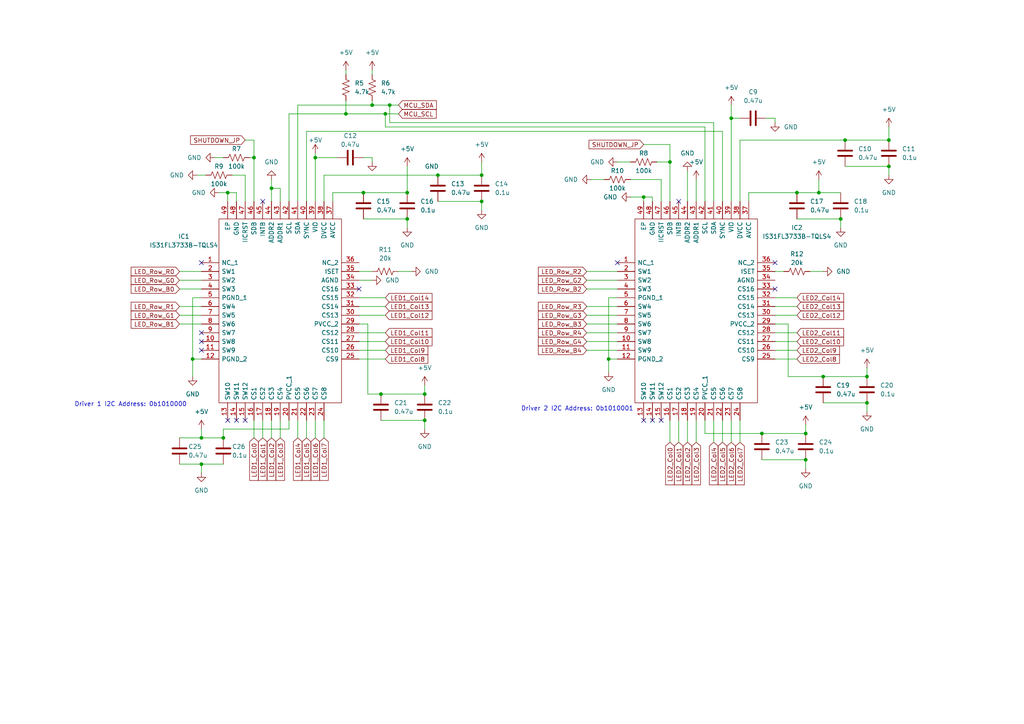
<source format=kicad_sch>
(kicad_sch (version 20211123) (generator eeschema)
  (paper "A4")
  (lib_symbols
    (symbol "Device:C" (pin_numbers hide) (pin_names (offset 0.254))
      (property "Reference" "C" (at 0.635 2.54 0))
      (property "Value" "C" (at 0.635 -2.54 0))
      (symbol "C_0_1"
        (polyline (pts (xy -2.032 -0.762) (xy 2.032 -0.762)) (stroke (width 0.508)))
        (polyline (pts (xy -2.032 0.762) (xy 2.032 0.762)) (stroke (width 0.508)))
      )
      (symbol "C_1_1"
        (pin passive line (at 0 3.81 270) (length 2.794) (name "~") (number "1"))
        (pin passive line (at 0 -3.81 90) (length 2.794) (name "~") (number "2"))
      )
    )
    (symbol "Device:R_US" (pin_numbers hide) (pin_names (offset 0))
      (property "Reference" "R" (at 2.54 0 90))
      (property "Value" "R_US" (at -2.54 0 90))
      (symbol "R_US_0_1"
        (polyline (pts (xy 0 -2.286) (xy 0 -2.54)))
        (polyline (pts (xy 0 2.286) (xy 0 2.54)))
        (polyline (pts (xy 0 -0.762) (xy 1.016 -1.143) (xy 0 -1.524) (xy -1.016 -1.905) (xy 0 -2.286)))
        (polyline (pts (xy 0 0.762) (xy 1.016 0.381) (xy 0 0) (xy -1.016 -0.381) (xy 0 -0.762)))
        (polyline (pts (xy 0 2.286) (xy 1.016 1.905) (xy 0 1.524) (xy -1.016 1.143) (xy 0 0.762)))
      )
      (symbol "R_US_1_1"
        (pin passive line (at 0 3.81 270) (length 1.27) (name "~") (number "1"))
        (pin passive line (at 0 -3.81 90) (length 1.27) (name "~") (number "2"))
      )
    )
    (symbol "SamacSys_Parts:IS31FL3733B-TQLS4" (pin_names (offset 0.762))
      (property "Reference" "IC" (at 41.91 17.78 0))
      (property "Value" "IS31FL3733B-TQLS4" (at 41.91 15.24 0))
      (symbol "IS31FL3733B-TQLS4_0_0"
        (pin passive line (at 0 0 0) (length 5.08) (name "NC_1") (number "1"))
        (pin passive line (at 0 -22.86 0) (length 5.08) (name "SW8") (number "10"))
        (pin passive line (at 0 -25.4 0) (length 5.08) (name "SW9") (number "11"))
        (pin passive line (at 0 -27.94 0) (length 5.08) (name "PGND_2") (number "12"))
        (pin passive line (at 7.62 -45.72 90) (length 5.08) (name "SW10") (number "13"))
        (pin passive line (at 10.16 -45.72 90) (length 5.08) (name "SW11") (number "14"))
        (pin passive line (at 12.7 -45.72 90) (length 5.08) (name "SW12") (number "15"))
        (pin passive line (at 15.24 -45.72 90) (length 5.08) (name "CS1") (number "16"))
        (pin passive line (at 17.78 -45.72 90) (length 5.08) (name "CS2") (number "17"))
        (pin passive line (at 20.32 -45.72 90) (length 5.08) (name "CS3") (number "18"))
        (pin passive line (at 22.86 -45.72 90) (length 5.08) (name "CS4") (number "19"))
        (pin passive line (at 0 -2.54 0) (length 5.08) (name "SW1") (number "2"))
        (pin passive line (at 25.4 -45.72 90) (length 5.08) (name "PVCC_1") (number "20"))
        (pin passive line (at 27.94 -45.72 90) (length 5.08) (name "CS5") (number "21"))
        (pin passive line (at 30.48 -45.72 90) (length 5.08) (name "CS6") (number "22"))
        (pin passive line (at 33.02 -45.72 90) (length 5.08) (name "CS7") (number "23"))
        (pin passive line (at 35.56 -45.72 90) (length 5.08) (name "CS8") (number "24"))
        (pin passive line (at 45.72 -27.94 180) (length 5.08) (name "CS9") (number "25"))
        (pin passive line (at 45.72 -25.4 180) (length 5.08) (name "CS10") (number "26"))
        (pin passive line (at 45.72 -22.86 180) (length 5.08) (name "CS11") (number "27"))
        (pin passive line (at 45.72 -20.32 180) (length 5.08) (name "CS12") (number "28"))
        (pin passive line (at 45.72 -17.78 180) (length 5.08) (name "PVCC_2") (number "29"))
        (pin passive line (at 0 -5.08 0) (length 5.08) (name "SW2") (number "3"))
        (pin passive line (at 45.72 -15.24 180) (length 5.08) (name "CS13") (number "30"))
        (pin passive line (at 45.72 -12.7 180) (length 5.08) (name "CS14") (number "31"))
        (pin passive line (at 45.72 -10.16 180) (length 5.08) (name "CS15") (number "32"))
        (pin passive line (at 45.72 -7.62 180) (length 5.08) (name "CS16") (number "33"))
        (pin passive line (at 45.72 -5.08 180) (length 5.08) (name "AGND") (number "34"))
        (pin passive line (at 45.72 -2.54 180) (length 5.08) (name "ISET") (number "35"))
        (pin passive line (at 45.72 0 180) (length 5.08) (name "NC_2") (number "36"))
        (pin passive line (at 38.1 17.78 270) (length 5.08) (name "AVCC") (number "37"))
        (pin passive line (at 35.56 17.78 270) (length 5.08) (name "DVCC") (number "38"))
        (pin passive line (at 33.02 17.78 270) (length 5.08) (name "VIO") (number "39"))
        (pin passive line (at 0 -7.62 0) (length 5.08) (name "SW3") (number "4"))
        (pin passive line (at 30.48 17.78 270) (length 5.08) (name "SYNC") (number "40"))
        (pin passive line (at 27.94 17.78 270) (length 5.08) (name "SDA") (number "41"))
        (pin passive line (at 25.4 17.78 270) (length 5.08) (name "SCL") (number "42"))
        (pin passive line (at 22.86 17.78 270) (length 5.08) (name "ADDR1") (number "43"))
        (pin passive line (at 20.32 17.78 270) (length 5.08) (name "ADDR2") (number "44"))
        (pin passive line (at 17.78 17.78 270) (length 5.08) (name "INTB") (number "45"))
        (pin passive line (at 15.24 17.78 270) (length 5.08) (name "SDB") (number "46"))
        (pin passive line (at 12.7 17.78 270) (length 5.08) (name "IICRST") (number "47"))
        (pin passive line (at 10.16 17.78 270) (length 5.08) (name "GND") (number "48"))
        (pin passive line (at 7.62 17.78 270) (length 5.08) (name "EP") (number "49"))
        (pin passive line (at 0 -10.16 0) (length 5.08) (name "PGND_1") (number "5"))
        (pin passive line (at 0 -12.7 0) (length 5.08) (name "SW4") (number "6"))
        (pin passive line (at 0 -15.24 0) (length 5.08) (name "SW5") (number "7"))
        (pin passive line (at 0 -17.78 0) (length 5.08) (name "SW6") (number "8"))
        (pin passive line (at 0 -20.32 0) (length 5.08) (name "SW7") (number "9"))
      )
      (symbol "IS31FL3733B-TQLS4_0_1"
        (polyline (pts (xy 5.08 12.7) (xy 40.64 12.7) (xy 40.64 -40.64) (xy 5.08 -40.64) (xy 5.08 12.7)) (stroke (width 0.1524)))
      )
    )
    (symbol "power:+5V" (power) (pin_names (offset 0))
      (property "Value" "+5V" (at 0 3.556 0))
      (symbol "+5V_0_1"
        (polyline (pts (xy -0.762 1.27) (xy 0 2.54)))
        (polyline (pts (xy 0 0) (xy 0 2.54)))
        (polyline (pts (xy 0 2.54) (xy 0.762 1.27)))
      )
      (symbol "+5V_1_1"
        (pin power_in line (at 0 0 90) (length 0) hide (name "+5V") (number "1"))
      )
    )
    (symbol "power:GND" (power) (pin_names (offset 0))
      (property "Value" "GND" (at 0 -3.81 0))
      (symbol "GND_0_1"
        (polyline (pts (xy 0 0) (xy 0 -1.27) (xy 1.27 -1.27) (xy 0 -2.54) (xy -1.27 -1.27) (xy 0 -1.27)))
      )
      (symbol "GND_1_1"
        (pin power_in line (at 0 0 270) (length 0) hide (name "GND") (number "1"))
      )
    )
  )
  (junction (at 139.7 50.8))
  (junction (at 243.84 63.5))
  (junction (at 139.7 58.42))
  (junction (at 176.53 104.14))
  (junction (at 118.11 63.5))
  (junction (at 55.88 104.14))
  (junction (at 58.42 134.62))
  (junction (at 100.33 33.02))
  (junction (at 212.09 34.29))
  (junction (at 237.49 55.88))
  (junction (at 64.77 127))
  (junction (at 58.42 127))
  (junction (at 107.95 30.48))
  (junction (at 257.81 40.64))
  (junction (at 251.46 116.84))
  (junction (at 78.74 54.61))
  (junction (at 73.66 45.72))
  (junction (at 186.69 57.15))
  (junction (at 257.81 48.26))
  (junction (at 233.68 133.35))
  (junction (at 251.46 109.22))
  (junction (at 127 50.8))
  (junction (at 238.76 109.22))
  (junction (at 105.41 55.88))
  (junction (at 231.14 55.88))
  (junction (at 113.03 30.48))
  (junction (at 233.68 125.73))
  (junction (at 91.44 45.72))
  (junction (at 66.04 55.88))
  (junction (at 123.19 121.92))
  (junction (at 245.11 40.64))
  (junction (at 110.49 114.3))
  (junction (at 118.11 55.88))
  (junction (at 111.76 33.02))
  (junction (at 194.31 46.99))
  (junction (at 220.98 125.73))
  (junction (at 123.19 114.3))
  (no_connect (at 196.85 58.42))
  (no_connect (at 76.2 58.42))
  (no_connect (at 224.79 83.82))
  (no_connect (at 104.14 83.82))
  (no_connect (at 179.07 76.2))
  (no_connect (at 224.79 76.2))
  (no_connect (at 58.42 96.52))
  (no_connect (at 58.42 99.06))
  (no_connect (at 58.42 101.6))
  (no_connect (at 58.42 76.2))
  (no_connect (at 186.69 121.92))
  (no_connect (at 189.23 121.92))
  (no_connect (at 191.77 121.92))
  (no_connect (at 66.04 121.92))
  (no_connect (at 68.58 121.92))
  (no_connect (at 71.12 121.92))
  (wire (pts (xy 104.14 81.28) (xy 107.95 81.28)))
  (wire (pts (xy 83.82 121.92) (xy 83.82 124.46)))
  (wire (pts (xy 179.07 86.36) (xy 176.53 86.36)))
  (wire (pts (xy 118.11 48.26) (xy 118.11 55.88)))
  (wire (pts (xy 191.77 58.42) (xy 191.77 52.07)))
  (wire (pts (xy 199.39 49.53) (xy 199.39 58.42)))
  (wire (pts (xy 64.77 124.46) (xy 64.77 127)))
  (wire (pts (xy 96.52 55.88) (xy 105.41 55.88)))
  (wire (pts (xy 217.17 55.88) (xy 231.14 55.88)))
  (wire (pts (xy 104.14 101.6) (xy 111.76 101.6)))
  (wire (pts (xy 224.79 88.9) (xy 231.14 88.9)))
  (wire (pts (xy 127 50.8) (xy 139.7 50.8)))
  (wire (pts (xy 176.53 86.36) (xy 176.53 104.14)))
  (wire (pts (xy 83.82 58.42) (xy 83.82 33.02)))
  (wire (pts (xy 233.68 133.35) (xy 233.68 135.89)))
  (wire (pts (xy 119.38 78.74) (xy 115.57 78.74)))
  (wire (pts (xy 106.68 114.3) (xy 110.49 114.3)))
  (wire (pts (xy 66.04 55.88) (xy 63.5 55.88)))
  (wire (pts (xy 196.85 121.92) (xy 196.85 128.27)))
  (wire (pts (xy 110.49 114.3) (xy 123.19 114.3)))
  (wire (pts (xy 204.47 125.73) (xy 220.98 125.73)))
  (wire (pts (xy 111.76 36.83) (xy 111.76 33.02)))
  (wire (pts (xy 228.6 93.98) (xy 228.6 109.22)))
  (wire (pts (xy 176.53 104.14) (xy 179.07 104.14)))
  (wire (pts (xy 123.19 121.92) (xy 123.19 124.46)))
  (wire (pts (xy 189.23 57.15) (xy 186.69 57.15)))
  (wire (pts (xy 81.28 54.61) (xy 78.74 54.61)))
  (wire (pts (xy 58.42 93.98) (xy 52.07 93.98)))
  (wire (pts (xy 170.18 88.9) (xy 179.07 88.9)))
  (wire (pts (xy 170.18 78.74) (xy 179.07 78.74)))
  (wire (pts (xy 93.98 50.8) (xy 93.98 58.42)))
  (wire (pts (xy 66.04 58.42) (xy 66.04 55.88)))
  (wire (pts (xy 171.45 52.07) (xy 175.26 52.07)))
  (wire (pts (xy 93.98 121.92) (xy 93.98 127)))
  (wire (pts (xy 224.79 93.98) (xy 228.6 93.98)))
  (wire (pts (xy 106.68 93.98) (xy 106.68 114.3)))
  (wire (pts (xy 127 58.42) (xy 139.7 58.42)))
  (wire (pts (xy 71.12 50.8) (xy 71.12 58.42)))
  (wire (pts (xy 123.19 111.76) (xy 123.19 114.3)))
  (wire (pts (xy 224.79 99.06) (xy 231.14 99.06)))
  (wire (pts (xy 186.69 57.15) (xy 182.88 57.15)))
  (wire (pts (xy 257.81 48.26) (xy 257.81 50.8)))
  (wire (pts (xy 105.41 45.72) (xy 107.95 45.72)))
  (wire (pts (xy 83.82 33.02) (xy 100.33 33.02)))
  (wire (pts (xy 58.42 127) (xy 64.77 127)))
  (wire (pts (xy 190.5 46.99) (xy 194.31 46.99)))
  (wire (pts (xy 104.14 93.98) (xy 106.68 93.98)))
  (wire (pts (xy 107.95 45.72) (xy 107.95 46.99)))
  (wire (pts (xy 58.42 137.16) (xy 58.42 134.62)))
  (wire (pts (xy 214.63 58.42) (xy 214.63 40.64)))
  (wire (pts (xy 186.69 41.91) (xy 194.31 41.91)))
  (wire (pts (xy 104.14 96.52) (xy 111.76 96.52)))
  (wire (pts (xy 58.42 134.62) (xy 64.77 134.62)))
  (wire (pts (xy 100.33 20.32) (xy 100.33 21.59)))
  (wire (pts (xy 52.07 134.62) (xy 58.42 134.62)))
  (wire (pts (xy 170.18 93.98) (xy 179.07 93.98)))
  (wire (pts (xy 107.95 30.48) (xy 113.03 30.48)))
  (wire (pts (xy 199.39 121.92) (xy 199.39 128.27)))
  (wire (pts (xy 58.42 88.9) (xy 52.07 88.9)))
  (wire (pts (xy 251.46 106.68) (xy 251.46 109.22)))
  (wire (pts (xy 170.18 83.82) (xy 179.07 83.82)))
  (wire (pts (xy 212.09 121.92) (xy 212.09 128.27)))
  (wire (pts (xy 194.31 41.91) (xy 194.31 46.99)))
  (wire (pts (xy 251.46 116.84) (xy 251.46 119.38)))
  (wire (pts (xy 243.84 63.5) (xy 243.84 66.04)))
  (wire (pts (xy 58.42 91.44) (xy 52.07 91.44)))
  (wire (pts (xy 62.23 45.72) (xy 64.77 45.72)))
  (wire (pts (xy 81.28 58.42) (xy 81.28 54.61)))
  (wire (pts (xy 93.98 50.8) (xy 127 50.8)))
  (wire (pts (xy 113.03 30.48) (xy 115.57 30.48)))
  (wire (pts (xy 104.14 86.36) (xy 111.76 86.36)))
  (wire (pts (xy 88.9 58.42) (xy 88.9 38.1)))
  (wire (pts (xy 88.9 38.1) (xy 209.55 38.1)))
  (wire (pts (xy 238.76 109.22) (xy 251.46 109.22)))
  (wire (pts (xy 224.79 104.14) (xy 231.14 104.14)))
  (wire (pts (xy 139.7 46.99) (xy 139.7 50.8)))
  (wire (pts (xy 212.09 30.48) (xy 212.09 34.29)))
  (wire (pts (xy 88.9 121.92) (xy 88.9 127)))
  (wire (pts (xy 91.44 44.45) (xy 91.44 45.72)))
  (wire (pts (xy 209.55 38.1) (xy 209.55 58.42)))
  (wire (pts (xy 191.77 52.07) (xy 182.88 52.07)))
  (wire (pts (xy 57.15 50.8) (xy 59.69 50.8)))
  (wire (pts (xy 118.11 63.5) (xy 118.11 66.04)))
  (wire (pts (xy 220.98 125.73) (xy 233.68 125.73)))
  (wire (pts (xy 207.01 121.92) (xy 207.01 128.27)))
  (wire (pts (xy 68.58 55.88) (xy 66.04 55.88)))
  (wire (pts (xy 238.76 78.74) (xy 234.95 78.74)))
  (wire (pts (xy 224.79 101.6) (xy 231.14 101.6)))
  (wire (pts (xy 73.66 121.92) (xy 73.66 127)))
  (wire (pts (xy 55.88 104.14) (xy 58.42 104.14)))
  (wire (pts (xy 78.74 54.61) (xy 78.74 58.42)))
  (wire (pts (xy 58.42 127) (xy 52.07 127)))
  (wire (pts (xy 209.55 121.92) (xy 209.55 128.27)))
  (wire (pts (xy 91.44 45.72) (xy 97.79 45.72)))
  (wire (pts (xy 170.18 99.06) (xy 179.07 99.06)))
  (wire (pts (xy 76.2 121.92) (xy 76.2 127)))
  (wire (pts (xy 110.49 121.92) (xy 123.19 121.92)))
  (wire (pts (xy 214.63 121.92) (xy 214.63 128.27)))
  (wire (pts (xy 58.42 124.46) (xy 58.42 127)))
  (wire (pts (xy 204.47 36.83) (xy 111.76 36.83)))
  (wire (pts (xy 91.44 45.72) (xy 91.44 58.42)))
  (wire (pts (xy 107.95 29.21) (xy 107.95 30.48)))
  (wire (pts (xy 86.36 121.92) (xy 86.36 127)))
  (wire (pts (xy 194.31 121.92) (xy 194.31 128.27)))
  (wire (pts (xy 58.42 78.74) (xy 52.07 78.74)))
  (wire (pts (xy 67.31 50.8) (xy 71.12 50.8)))
  (wire (pts (xy 68.58 58.42) (xy 68.58 55.88)))
  (wire (pts (xy 73.66 40.64) (xy 73.66 45.72)))
  (wire (pts (xy 245.11 48.26) (xy 257.81 48.26)))
  (wire (pts (xy 237.49 52.07) (xy 237.49 55.88)))
  (wire (pts (xy 83.82 124.46) (xy 64.77 124.46)))
  (wire (pts (xy 224.79 34.29) (xy 224.79 35.56)))
  (wire (pts (xy 237.49 55.88) (xy 243.84 55.88)))
  (wire (pts (xy 81.28 121.92) (xy 81.28 127)))
  (wire (pts (xy 220.98 133.35) (xy 233.68 133.35)))
  (wire (pts (xy 55.88 86.36) (xy 55.88 104.14)))
  (wire (pts (xy 104.14 104.14) (xy 111.76 104.14)))
  (wire (pts (xy 170.18 81.28) (xy 179.07 81.28)))
  (wire (pts (xy 231.14 55.88) (xy 237.49 55.88)))
  (wire (pts (xy 224.79 78.74) (xy 227.33 78.74)))
  (wire (pts (xy 100.33 29.21) (xy 100.33 33.02)))
  (wire (pts (xy 257.81 36.83) (xy 257.81 40.64)))
  (wire (pts (xy 58.42 83.82) (xy 52.07 83.82)))
  (wire (pts (xy 212.09 34.29) (xy 212.09 58.42)))
  (wire (pts (xy 58.42 86.36) (xy 55.88 86.36)))
  (wire (pts (xy 170.18 101.6) (xy 179.07 101.6)))
  (wire (pts (xy 170.18 91.44) (xy 179.07 91.44)))
  (wire (pts (xy 233.68 123.19) (xy 233.68 125.73)))
  (wire (pts (xy 214.63 40.64) (xy 245.11 40.64)))
  (wire (pts (xy 212.09 34.29) (xy 214.63 34.29)))
  (wire (pts (xy 204.47 58.42) (xy 204.47 36.83)))
  (wire (pts (xy 100.33 33.02) (xy 111.76 33.02)))
  (wire (pts (xy 176.53 104.14) (xy 176.53 107.95)))
  (wire (pts (xy 91.44 121.92) (xy 91.44 127)))
  (wire (pts (xy 207.01 35.56) (xy 113.03 35.56)))
  (wire (pts (xy 72.39 45.72) (xy 73.66 45.72)))
  (wire (pts (xy 222.25 34.29) (xy 224.79 34.29)))
  (wire (pts (xy 189.23 58.42) (xy 189.23 57.15)))
  (wire (pts (xy 113.03 35.56) (xy 113.03 30.48)))
  (wire (pts (xy 170.18 96.52) (xy 179.07 96.52)))
  (wire (pts (xy 201.93 121.92) (xy 201.93 128.27)))
  (wire (pts (xy 86.36 58.42) (xy 86.36 30.48)))
  (wire (pts (xy 107.95 20.32) (xy 107.95 21.59)))
  (wire (pts (xy 224.79 86.36) (xy 231.14 86.36)))
  (wire (pts (xy 186.69 57.15) (xy 186.69 58.42)))
  (wire (pts (xy 224.79 96.52) (xy 231.14 96.52)))
  (wire (pts (xy 104.14 78.74) (xy 107.95 78.74)))
  (wire (pts (xy 105.41 63.5) (xy 118.11 63.5)))
  (wire (pts (xy 105.41 55.88) (xy 118.11 55.88)))
  (wire (pts (xy 228.6 109.22) (xy 238.76 109.22)))
  (wire (pts (xy 104.14 91.44) (xy 111.76 91.44)))
  (wire (pts (xy 71.12 40.64) (xy 73.66 40.64)))
  (wire (pts (xy 55.88 104.14) (xy 55.88 109.22)))
  (wire (pts (xy 179.07 46.99) (xy 182.88 46.99)))
  (wire (pts (xy 86.36 30.48) (xy 107.95 30.48)))
  (wire (pts (xy 238.76 116.84) (xy 251.46 116.84)))
  (wire (pts (xy 104.14 99.06) (xy 111.76 99.06)))
  (wire (pts (xy 204.47 121.92) (xy 204.47 125.73)))
  (wire (pts (xy 224.79 91.44) (xy 231.14 91.44)))
  (wire (pts (xy 245.11 40.64) (xy 257.81 40.64)))
  (wire (pts (xy 217.17 58.42) (xy 217.17 55.88)))
  (wire (pts (xy 73.66 45.72) (xy 73.66 58.42)))
  (wire (pts (xy 58.42 81.28) (xy 52.07 81.28)))
  (wire (pts (xy 231.14 63.5) (xy 243.84 63.5)))
  (wire (pts (xy 96.52 58.42) (xy 96.52 55.88)))
  (wire (pts (xy 104.14 88.9) (xy 111.76 88.9)))
  (wire (pts (xy 207.01 58.42) (xy 207.01 35.56)))
  (wire (pts (xy 139.7 58.42) (xy 139.7 60.96)))
  (wire (pts (xy 111.76 33.02) (xy 115.57 33.02)))
  (wire (pts (xy 78.74 121.92) (xy 78.74 127)))
  (wire (pts (xy 194.31 46.99) (xy 194.31 58.42)))
  (wire (pts (xy 201.93 52.07) (xy 201.93 58.42)))
  (wire (pts (xy 78.74 52.07) (xy 78.74 54.61)))
  (text "Driver 1 I2C Address: 0b1010000" (at 21.59 118.11 0) (effects (font (size 1.27 1.27)) (justify left bottom)))
  (text "Driver 2 I2C Address: 0b1010001" (at 151.13 119.38 0) (effects (font (size 1.27 1.27)) (justify left bottom)))
  (global_label "MCU_SDA" (shape input) (at 115.57 30.48 0) (property "Intersheet References" "${INTERSHEET_REFS}" (effects hide)))
  (global_label "LED2_Col8" (shape input) (at 231.14 104.14 0) (property "Intersheet References" "${INTERSHEET_REFS}" (effects hide)))
  (global_label "LED2_Col5" (shape input) (at 209.55 128.27 270) (property "Intersheet References" "${INTERSHEET_REFS}" (effects hide)))
  (global_label "LED2_Col6" (shape input) (at 212.09 128.27 270) (property "Intersheet References" "${INTERSHEET_REFS}" (effects hide)))
  (global_label "LED2_Col0" (shape input) (at 194.31 128.27 270) (property "Intersheet References" "${INTERSHEET_REFS}" (effects hide)))
  (global_label "SHUTDOWN_JP" (shape input) (at 186.69 41.91 180) (property "Intersheet References" "${INTERSHEET_REFS}" (effects hide)))
  (global_label "LED_Row_G3" (shape input) (at 170.18 91.44 180) (property "Intersheet References" "${INTERSHEET_REFS}" (effects hide)))
  (global_label "LED1_Col8" (shape input) (at 111.76 104.14 0) (property "Intersheet References" "${INTERSHEET_REFS}" (effects hide)))
  (global_label "LED_Row_R4" (shape input) (at 170.18 96.52 180) (property "Intersheet References" "${INTERSHEET_REFS}" (effects hide)))
  (global_label "LED2_Col9" (shape input) (at 231.14 101.6 0) (property "Intersheet References" "${INTERSHEET_REFS}" (effects hide)))
  (global_label "LED1_Col0" (shape input) (at 73.66 127 270) (property "Intersheet References" "${INTERSHEET_REFS}" (effects hide)))
  (global_label "LED_Row_G0" (shape input) (at 52.07 81.28 180) (property "Intersheet References" "${INTERSHEET_REFS}" (effects hide)))
  (global_label "LED_Row_B0" (shape input) (at 52.07 83.82 180) (property "Intersheet References" "${INTERSHEET_REFS}" (effects hide)))
  (global_label "LED2_Col10" (shape input) (at 231.14 99.06 0) (property "Intersheet References" "${INTERSHEET_REFS}" (effects hide)))
  (global_label "LED_Row_R0" (shape input) (at 52.07 78.74 180) (property "Intersheet References" "${INTERSHEET_REFS}" (effects hide)))
  (global_label "LED2_Col14" (shape input) (at 231.14 86.36 0) (property "Intersheet References" "${INTERSHEET_REFS}" (effects hide)))
  (global_label "LED2_Col7" (shape input) (at 214.63 128.27 270) (property "Intersheet References" "${INTERSHEET_REFS}" (effects hide)))
  (global_label "LED1_Col7" (shape input) (at 93.98 127 270) (property "Intersheet References" "${INTERSHEET_REFS}" (effects hide)))
  (global_label "LED1_Col12" (shape input) (at 111.76 91.44 0) (property "Intersheet References" "${INTERSHEET_REFS}" (effects hide)))
  (global_label "LED1_Col9" (shape input) (at 111.76 101.6 0) (property "Intersheet References" "${INTERSHEET_REFS}" (effects hide)))
  (global_label "LED_Row_G4" (shape input) (at 170.18 99.06 180) (property "Intersheet References" "${INTERSHEET_REFS}" (effects hide)))
  (global_label "LED_Row_B4" (shape input) (at 170.18 101.6 180) (property "Intersheet References" "${INTERSHEET_REFS}" (effects hide)))
  (global_label "LED1_Col4" (shape input) (at 86.36 127 270) (property "Intersheet References" "${INTERSHEET_REFS}" (effects hide)))
  (global_label "LED1_Col10" (shape input) (at 111.76 99.06 0) (property "Intersheet References" "${INTERSHEET_REFS}" (effects hide)))
  (global_label "LED1_Col11" (shape input) (at 111.76 96.52 0) (property "Intersheet References" "${INTERSHEET_REFS}" (effects hide)))
  (global_label "LED2_Col3" (shape input) (at 201.93 128.27 270) (property "Intersheet References" "${INTERSHEET_REFS}" (effects hide)))
  (global_label "SHUTDOWN_JP" (shape input) (at 71.12 40.64 180) (property "Intersheet References" "${INTERSHEET_REFS}" (effects hide)))
  (global_label "LED1_Col14" (shape input) (at 111.76 86.36 0) (property "Intersheet References" "${INTERSHEET_REFS}" (effects hide)))
  (global_label "LED2_Col1" (shape input) (at 196.85 128.27 270) (property "Intersheet References" "${INTERSHEET_REFS}" (effects hide)))
  (global_label "LED_Row_R1" (shape input) (at 52.07 88.9 180) (property "Intersheet References" "${INTERSHEET_REFS}" (effects hide)))
  (global_label "LED2_Col4" (shape input) (at 207.01 128.27 270) (property "Intersheet References" "${INTERSHEET_REFS}" (effects hide)))
  (global_label "LED2_Col13" (shape input) (at 231.14 88.9 0) (property "Intersheet References" "${INTERSHEET_REFS}" (effects hide)))
  (global_label "LED_Row_B2" (shape input) (at 170.18 83.82 180) (property "Intersheet References" "${INTERSHEET_REFS}" (effects hide)))
  (global_label "LED2_Col12" (shape input) (at 231.14 91.44 0) (property "Intersheet References" "${INTERSHEET_REFS}" (effects hide)))
  (global_label "LED1_Col6" (shape input) (at 91.44 127 270) (property "Intersheet References" "${INTERSHEET_REFS}" (effects hide)))
  (global_label "LED1_Col2" (shape input) (at 78.74 127 270) (property "Intersheet References" "${INTERSHEET_REFS}" (effects hide)))
  (global_label "LED1_Col13" (shape input) (at 111.76 88.9 0) (property "Intersheet References" "${INTERSHEET_REFS}" (effects hide)))
  (global_label "LED2_Col11" (shape input) (at 231.14 96.52 0) (property "Intersheet References" "${INTERSHEET_REFS}" (effects hide)))
  (global_label "LED_Row_B1" (shape input) (at 52.07 93.98 180) (property "Intersheet References" "${INTERSHEET_REFS}" (effects hide)))
  (global_label "LED_Row_R2" (shape input) (at 170.18 78.74 180) (property "Intersheet References" "${INTERSHEET_REFS}" (effects hide)))
  (global_label "LED_Row_G2" (shape input) (at 170.18 81.28 180) (property "Intersheet References" "${INTERSHEET_REFS}" (effects hide)))
  (global_label "LED2_Col2" (shape input) (at 199.39 128.27 270) (property "Intersheet References" "${INTERSHEET_REFS}" (effects hide)))
  (global_label "LED1_Col1" (shape input) (at 76.2 127 270) (property "Intersheet References" "${INTERSHEET_REFS}" (effects hide)))
  (global_label "MCU_SCL" (shape input) (at 115.57 33.02 0) (property "Intersheet References" "${INTERSHEET_REFS}" (effects hide)))
  (global_label "LED1_Col5" (shape input) (at 88.9 127 270) (property "Intersheet References" "${INTERSHEET_REFS}" (effects hide)))
  (global_label "LED_Row_G1" (shape input) (at 52.07 91.44 180) (property "Intersheet References" "${INTERSHEET_REFS}" (effects hide)))
  (global_label "LED1_Col3" (shape input) (at 81.28 127 270) (property "Intersheet References" "${INTERSHEET_REFS}" (effects hide)))
  (global_label "LED_Row_R3" (shape input) (at 170.18 88.9 180) (property "Intersheet References" "${INTERSHEET_REFS}" (effects hide)))
  (global_label "LED_Row_B3" (shape input) (at 170.18 93.98 180) (property "Intersheet References" "${INTERSHEET_REFS}" (effects hide)))
  (symbol (lib_id "power:GND") (at 107.95 81.28 90) (unit 1)
    (property "Reference" "#PWR048" (effects hide))
    (property "Value" "GND" (at 111.76 81.2799 90) (effects (justify right)))
  )
  (symbol (lib_id "power:GND") (at 123.19 124.46 0) (unit 1)
    (property "Reference" "#PWR056" (effects hide))
    (property "Value" "GND" (at 123.19 129.54 0))
  )
  (symbol (lib_id "power:+5V") (at 233.68 123.19 0) (unit 1)
    (property "Reference" "#PWR054" (effects hide))
    (property "Value" "+5V" (at 233.68 118.11 0))
  )
  (symbol (lib_id "Device:C") (at 251.46 113.03 0) (unit 1)
    (property "Reference" "C20" (at 255.27 111.7599 0) (effects (justify left)))
    (property "Value" "0.1u" (at 255.27 114.2999 0) (effects (justify left)))
    (property "Footprint" "Capacitor_SMD:C_0805_2012Metric_Pad1.18x1.45mm_HandSolder" (effects hide))
  )
  (symbol (lib_id "Device:C") (at 52.07 130.81 0) (unit 1)
    (property "Reference" "C25" (at 54.61 129.54 0) (effects (justify left)))
    (property "Value" "0.47u" (at 54.61 132.08 0) (effects (justify left)))
    (property "Footprint" "Capacitor_SMD:C_0805_2012Metric_Pad1.18x1.45mm_HandSolder" (effects hide))
  )
  (symbol (lib_id "Device:C") (at 118.11 59.69 0) (unit 1)
    (property "Reference" "C16" (at 121.92 58.4199 0) (effects (justify left)))
    (property "Value" "0.1u" (at 121.92 60.9599 0) (effects (justify left)))
    (property "Footprint" "Capacitor_SMD:C_0805_2012Metric_Pad1.18x1.45mm_HandSolder" (effects hide))
  )
  (symbol (lib_id "power:GND") (at 57.15 50.8 270) (unit 1)
    (property "Reference" "#PWR035" (effects hide))
    (property "Value" "GND" (at 53.34 50.7999 90) (effects (justify right)))
  )
  (symbol (lib_id "Device:C") (at 243.84 59.69 0) (unit 1)
    (property "Reference" "C18" (at 247.65 58.4199 0) (effects (justify left)))
    (property "Value" "0.1u" (at 247.65 60.9599 0) (effects (justify left)))
    (property "Footprint" "Capacitor_SMD:C_0805_2012Metric_Pad1.18x1.45mm_HandSolder" (effects hide))
  )
  (symbol (lib_id "power:GND") (at 55.88 109.22 0) (unit 1)
    (property "Reference" "#PWR051" (effects hide))
    (property "Value" "GND" (at 55.88 114.3 0))
  )
  (symbol (lib_id "power:+5V") (at 58.42 124.46 0) (unit 1)
    (property "Reference" "#PWR055" (effects hide))
    (property "Value" "+5V" (at 58.42 119.38 0))
  )
  (symbol (lib_id "Device:C") (at 218.44 34.29 90) (unit 1)
    (property "Reference" "C9" (at 218.44 26.67 90))
    (property "Value" "0.47u" (at 218.44 29.21 90))
    (property "Footprint" "Capacitor_SMD:C_0805_2012Metric_Pad1.18x1.45mm_HandSolder" (effects hide))
  )
  (symbol (lib_id "power:GND") (at 243.84 66.04 0) (unit 1)
    (property "Reference" "#PWR045" (effects hide))
    (property "Value" "GND" (at 243.84 71.12 0))
  )
  (symbol (lib_id "power:+5V") (at 257.81 36.83 0) (unit 1)
    (property "Reference" "#PWR027" (effects hide))
    (property "Value" "+5V" (at 257.81 31.75 0))
  )
  (symbol (lib_id "power:+5V") (at 107.95 20.32 0) (unit 1)
    (property "Reference" "#PWR024" (effects hide))
    (property "Value" "+5V" (at 107.95 15.24 0))
  )
  (symbol (lib_id "Device:R_US") (at 63.5 50.8 90) (unit 1)
    (property "Reference" "R9" (at 63.5 48.26 90))
    (property "Value" "100k" (at 63.5 53.34 90))
    (property "Footprint" "Resistor_SMD:R_0805_2012Metric_Pad1.20x1.40mm_HandSolder" (effects hide))
  )
  (symbol (lib_id "Device:C") (at 110.49 118.11 0) (unit 1)
    (property "Reference" "C21" (at 114.3 116.8399 0) (effects (justify left)))
    (property "Value" "0.47u" (at 114.3 119.3799 0) (effects (justify left)))
    (property "Footprint" "Capacitor_SMD:C_0805_2012Metric_Pad1.18x1.45mm_HandSolder" (effects hide))
  )
  (symbol (lib_id "power:+5V") (at 118.11 48.26 0) (unit 1)
    (property "Reference" "#PWR033" (effects hide))
    (property "Value" "+5V" (at 118.11 43.18 0))
  )
  (symbol (lib_id "Device:C") (at 101.6 45.72 90) (unit 1)
    (property "Reference" "C12" (at 101.6 39.37 90))
    (property "Value" "0.47u" (at 101.6 41.91 90))
    (property "Footprint" "Capacitor_SMD:C_0805_2012Metric_Pad1.18x1.45mm_HandSolder" (effects hide))
  )
  (symbol (lib_id "power:GND") (at 179.07 46.99 270) (unit 1)
    (property "Reference" "#PWR032" (effects hide))
    (property "Value" "GND" (at 175.26 46.9899 90) (effects (justify right)))
  )
  (symbol (lib_id "power:GND") (at 63.5 55.88 270) (unit 1)
    (property "Reference" "#PWR041" (effects hide))
    (property "Value" "GND" (at 59.69 55.8799 90) (effects (justify right)))
  )
  (symbol (lib_id "power:GND") (at 238.76 78.74 90) (unit 1)
    (property "Reference" "#PWR047" (effects hide))
    (property "Value" "GND" (at 242.57 78.7399 90) (effects (justify right)))
  )
  (symbol (lib_id "Device:C") (at 127 54.61 0) (unit 1)
    (property "Reference" "C13" (at 130.81 53.3399 0) (effects (justify left)))
    (property "Value" "0.47u" (at 130.81 55.8799 0) (effects (justify left)))
    (property "Footprint" "Capacitor_SMD:C_0805_2012Metric_Pad1.18x1.45mm_HandSolder" (effects hide))
  )
  (symbol (lib_id "SamacSys_Parts:IS31FL3733B-TQLS4") (at 179.07 76.2 0) (unit 1)
    (property "Reference" "IC2" (at 231.14 66.04 0))
    (property "Value" "IS31FL3733B-TQLS4" (at 231.14 68.58 0))
    (property "Footprint" "QFP50P900X900X120-49N" (effects hide))
    (property "Datasheet" "https://www.lumissil.com/assets/pdf/core/IS31FL3733B_DS.pdf" (effects hide))
    (property "Description" "Integrated Silicon Solution Inc 12 16 Dot Matrix LED Drive with individual auto breath function, eTQFP-48 (9.0mm x 9.0mm)" (effects hide))
    (property "Height" "1.2" (effects hide))
    (property "Manufacturer_Name" "Lumissil" (effects hide))
    (property "Manufacturer_Part_Number" "IS31FL3733B-TQLS4" (effects hide))
    (property "Mouser Part Number" "870-IS313733B-TQLS4" (effects hide))
    (property "Mouser Price/Stock" "https://www.mouser.co.uk/ProductDetail/Lumissil/IS31FL3733B-TQLS4?qs=sPbYRqrBIVnVItISO7hRKQ%3D%3D" (effects hide))
  )
  (symbol (lib_id "Device:C") (at 220.98 129.54 0) (unit 1)
    (property "Reference" "C23" (at 224.79 128.2699 0) (effects (justify left)))
    (property "Value" "0.47u" (at 224.79 130.8099 0) (effects (justify left)))
    (property "Footprint" "Capacitor_SMD:C_0805_2012Metric_Pad1.18x1.45mm_HandSolder" (effects hide))
  )
  (symbol (lib_id "power:+5V") (at 251.46 106.68 0) (unit 1)
    (property "Reference" "#PWR049" (effects hide))
    (property "Value" "+5V" (at 251.46 101.6 0))
  )
  (symbol (lib_id "power:GND") (at 139.7 60.96 0) (unit 1)
    (property "Reference" "#PWR043" (effects hide))
    (property "Value" "GND" (at 139.7 66.04 0))
  )
  (symbol (lib_id "Device:C") (at 123.19 118.11 0) (unit 1)
    (property "Reference" "C22" (at 127 116.8399 0) (effects (justify left)))
    (property "Value" "0.1u" (at 127 119.3799 0) (effects (justify left)))
    (property "Footprint" "Capacitor_SMD:C_0805_2012Metric_Pad1.18x1.45mm_HandSolder" (effects hide))
  )
  (symbol (lib_id "power:+5V") (at 100.33 20.32 0) (unit 1)
    (property "Reference" "#PWR023" (effects hide))
    (property "Value" "+5V" (at 100.33 15.24 0))
  )
  (symbol (lib_id "power:GND") (at 199.39 49.53 180) (unit 1)
    (property "Reference" "#PWR034" (effects hide))
    (property "Value" "GND" (at 199.39 44.45 0))
  )
  (symbol (lib_id "Device:C") (at 64.77 130.81 0) (unit 1)
    (property "Reference" "C26" (at 67.31 129.54 0) (effects (justify left)))
    (property "Value" "0.1u" (at 67.31 132.08 0) (effects (justify left)))
    (property "Footprint" "Capacitor_SMD:C_0805_2012Metric_Pad1.18x1.45mm_HandSolder" (effects hide))
  )
  (symbol (lib_id "Device:C") (at 139.7 54.61 0) (unit 1)
    (property "Reference" "C14" (at 143.51 53.3399 0) (effects (justify left)))
    (property "Value" "0.1u" (at 143.51 55.8799 0) (effects (justify left)))
    (property "Footprint" "Capacitor_SMD:C_0805_2012Metric_Pad1.18x1.45mm_HandSolder" (effects hide))
  )
  (symbol (lib_id "Device:C") (at 233.68 129.54 0) (unit 1)
    (property "Reference" "C24" (at 237.49 128.2699 0) (effects (justify left)))
    (property "Value" "0.1u" (at 237.49 130.8099 0) (effects (justify left)))
    (property "Footprint" "Capacitor_SMD:C_0805_2012Metric_Pad1.18x1.45mm_HandSolder" (effects hide))
  )
  (symbol (lib_id "Device:R_US") (at 186.69 46.99 90) (unit 1)
    (property "Reference" "R8" (at 186.69 44.45 90))
    (property "Value" "100k" (at 186.69 49.53 90))
    (property "Footprint" "Resistor_SMD:R_0805_2012Metric_Pad1.20x1.40mm_HandSolder" (effects hide))
  )
  (symbol (lib_id "Device:C") (at 105.41 59.69 0) (unit 1)
    (property "Reference" "C15" (at 109.22 58.4199 0) (effects (justify left)))
    (property "Value" "0.47u" (at 109.22 60.9599 0) (effects (justify left)))
    (property "Footprint" "Capacitor_SMD:C_0805_2012Metric_Pad1.18x1.45mm_HandSolder" (effects hide))
  )
  (symbol (lib_id "power:GND") (at 233.68 135.89 0) (unit 1)
    (property "Reference" "#PWR057" (effects hide))
    (property "Value" "GND" (at 233.68 140.97 0))
  )
  (symbol (lib_id "power:GND") (at 224.79 35.56 0) (unit 1)
    (property "Reference" "#PWR026" (effects hide))
    (property "Value" "GND" (at 227.33 36.8299 0) (effects (justify left)))
  )
  (symbol (lib_id "power:GND") (at 171.45 52.07 270) (unit 1)
    (property "Reference" "#PWR038" (effects hide))
    (property "Value" "GND" (at 167.64 52.0699 90) (effects (justify right)))
  )
  (symbol (lib_id "power:+5V") (at 123.19 111.76 0) (unit 1)
    (property "Reference" "#PWR052" (effects hide))
    (property "Value" "+5V" (at 123.19 106.68 0))
  )
  (symbol (lib_id "power:+5V") (at 201.93 52.07 0) (unit 1)
    (property "Reference" "#PWR039" (effects hide))
    (property "Value" "+5V" (at 201.93 46.99 0))
  )
  (symbol (lib_id "Device:R_US") (at 100.33 25.4 0) (unit 1)
    (property "Reference" "R5" (at 102.87 24.1299 0) (effects (justify left)))
    (property "Value" "4.7k" (at 102.87 26.6699 0) (effects (justify left)))
    (property "Footprint" "Resistor_SMD:R_0805_2012Metric_Pad1.20x1.40mm_HandSolder" (effects hide))
  )
  (symbol (lib_id "SamacSys_Parts:IS31FL3733B-TQLS4") (at 58.42 76.2 0) (unit 1)
    (property "Reference" "IC1" (at 53.34 68.58 0))
    (property "Value" "IS31FL3733B-TQLS4" (at 53.34 71.12 0))
    (property "Footprint" "QFP50P900X900X120-49N" (effects hide))
    (property "Datasheet" "https://www.lumissil.com/assets/pdf/core/IS31FL3733B_DS.pdf" (effects hide))
    (property "Description" "Integrated Silicon Solution Inc 12 16 Dot Matrix LED Drive with individual auto breath function, eTQFP-48 (9.0mm x 9.0mm)" (effects hide))
    (property "Height" "1.2" (effects hide))
    (property "Manufacturer_Name" "Lumissil" (effects hide))
    (property "Manufacturer_Part_Number" "IS31FL3733B-TQLS4" (effects hide))
    (property "Mouser Part Number" "870-IS313733B-TQLS4" (effects hide))
    (property "Mouser Price/Stock" "https://www.mouser.co.uk/ProductDetail/Lumissil/IS31FL3733B-TQLS4?qs=sPbYRqrBIVnVItISO7hRKQ%3D%3D" (effects hide))
  )
  (symbol (lib_id "Device:C") (at 238.76 113.03 0) (unit 1)
    (property "Reference" "C19" (at 242.57 111.7599 0) (effects (justify left)))
    (property "Value" "0.47u" (at 242.57 114.2999 0) (effects (justify left)))
    (property "Footprint" "Capacitor_SMD:C_0805_2012Metric_Pad1.18x1.45mm_HandSolder" (effects hide))
  )
  (symbol (lib_id "Device:R_US") (at 68.58 45.72 90) (unit 1)
    (property "Reference" "R7" (at 68.58 43.18 90))
    (property "Value" "100k" (at 68.58 48.26 90))
    (property "Footprint" "Resistor_SMD:R_0805_2012Metric_Pad1.20x1.40mm_HandSolder" (effects hide))
  )
  (symbol (lib_id "power:GND") (at 176.53 107.95 0) (unit 1)
    (property "Reference" "#PWR050" (effects hide))
    (property "Value" "GND" (at 176.53 113.03 0))
  )
  (symbol (lib_id "Device:R_US") (at 231.14 78.74 90) (unit 1)
    (property "Reference" "R12" (at 231.14 73.66 90))
    (property "Value" "20k" (at 231.14 76.2 90))
    (property "Footprint" "Resistor_SMD:R_0805_2012Metric_Pad1.20x1.40mm_HandSolder" (effects hide))
  )
  (symbol (lib_id "power:+5V") (at 91.44 44.45 0) (unit 1)
    (property "Reference" "#PWR028" (effects hide))
    (property "Value" "+5V" (at 91.44 40.64 0))
  )
  (symbol (lib_id "power:GND") (at 78.74 52.07 180) (unit 1)
    (property "Reference" "#PWR037" (effects hide))
    (property "Value" "GND" (at 78.74 46.99 0))
  )
  (symbol (lib_id "power:+5V") (at 139.7 46.99 0) (unit 1)
    (property "Reference" "#PWR031" (effects hide))
    (property "Value" "+5V" (at 139.7 41.91 0))
  )
  (symbol (lib_id "power:GND") (at 257.81 50.8 0) (unit 1)
    (property "Reference" "#PWR036" (effects hide))
    (property "Value" "GND" (at 257.81 55.88 0))
  )
  (symbol (lib_id "power:GND") (at 118.11 66.04 0) (unit 1)
    (property "Reference" "#PWR044" (effects hide))
    (property "Value" "GND" (at 118.11 71.12 0))
  )
  (symbol (lib_id "power:+5V") (at 237.49 52.07 0) (unit 1)
    (property "Reference" "#PWR040" (effects hide))
    (property "Value" "+5V" (at 237.49 46.99 0))
  )
  (symbol (lib_id "power:GND") (at 119.38 78.74 90) (unit 1)
    (property "Reference" "#PWR046" (effects hide))
    (property "Value" "GND" (at 123.19 78.7399 90) (effects (justify right)))
  )
  (symbol (lib_id "Device:R_US") (at 111.76 78.74 90) (unit 1)
    (property "Reference" "R11" (at 111.76 72.39 90))
    (property "Value" "20k" (at 111.76 74.93 90))
    (property "Footprint" "Resistor_SMD:R_0805_2012Metric_Pad1.20x1.40mm_HandSolder" (effects hide))
  )
  (symbol (lib_id "power:GND") (at 251.46 119.38 0) (unit 1)
    (property "Reference" "#PWR053" (effects hide))
    (property "Value" "GND" (at 251.46 124.46 0))
  )
  (symbol (lib_id "power:+5V") (at 212.09 30.48 0) (unit 1)
    (property "Reference" "#PWR025" (effects hide))
    (property "Value" "+5V" (at 212.09 25.4 0))
  )
  (symbol (lib_id "Device:C") (at 231.14 59.69 0) (unit 1)
    (property "Reference" "C17" (at 234.95 58.4199 0) (effects (justify left)))
    (property "Value" "0.47u" (at 234.95 60.9599 0) (effects (justify left)))
    (property "Footprint" "Capacitor_SMD:C_0805_2012Metric_Pad1.18x1.45mm_HandSolder" (effects hide))
  )
  (symbol (lib_id "Device:R_US") (at 179.07 52.07 90) (unit 1)
    (property "Reference" "R10" (at 179.07 49.53 90))
    (property "Value" "100k" (at 179.07 54.61 90))
    (property "Footprint" "Resistor_SMD:R_0805_2012Metric_Pad1.20x1.40mm_HandSolder" (effects hide))
  )
  (symbol (lib_id "Device:C") (at 257.81 44.45 0) (unit 1)
    (property "Reference" "C11" (at 261.62 43.1799 0) (effects (justify left)))
    (property "Value" "0.1u" (at 261.62 45.7199 0) (effects (justify left)))
    (property "Footprint" "Capacitor_SMD:C_0805_2012Metric_Pad1.18x1.45mm_HandSolder" (effects hide))
  )
  (symbol (lib_id "power:GND") (at 107.95 46.99 0) (unit 1)
    (property "Reference" "#PWR030" (effects hide))
    (property "Value" "GND" (at 123.19 48.2599 0) (effects (justify left)))
  )
  (symbol (lib_id "power:GND") (at 182.88 57.15 270) (unit 1)
    (property "Reference" "#PWR042" (effects hide))
    (property "Value" "GND" (at 179.07 57.1499 90) (effects (justify right)))
  )
  (symbol (lib_id "Device:R_US") (at 107.95 25.4 0) (unit 1)
    (property "Reference" "R6" (at 110.49 24.1299 0) (effects (justify left)))
    (property "Value" "4.7k" (at 110.49 26.6699 0) (effects (justify left)))
    (property "Footprint" "Resistor_SMD:R_0805_2012Metric_Pad1.20x1.40mm_HandSolder" (effects hide))
  )
  (symbol (lib_id "Device:C") (at 245.11 44.45 0) (unit 1)
    (property "Reference" "C10" (at 248.92 43.1799 0) (effects (justify left)))
    (property "Value" "0.47u" (at 248.92 45.7199 0) (effects (justify left)))
    (property "Footprint" "Capacitor_SMD:C_0805_2012Metric_Pad1.18x1.45mm_HandSolder" (effects hide))
  )
  (symbol (lib_id "power:GND") (at 58.42 137.16 0) (unit 1)
    (property "Reference" "#PWR058" (effects hide))
    (property "Value" "GND" (at 58.42 142.24 0))
  )
  (symbol (lib_id "power:GND") (at 62.23 45.72 270) (unit 1)
    (property "Reference" "#PWR029" (effects hide))
    (property "Value" "GND" (at 58.42 45.7199 90) (effects (justify right)))
  )
)
</source>
